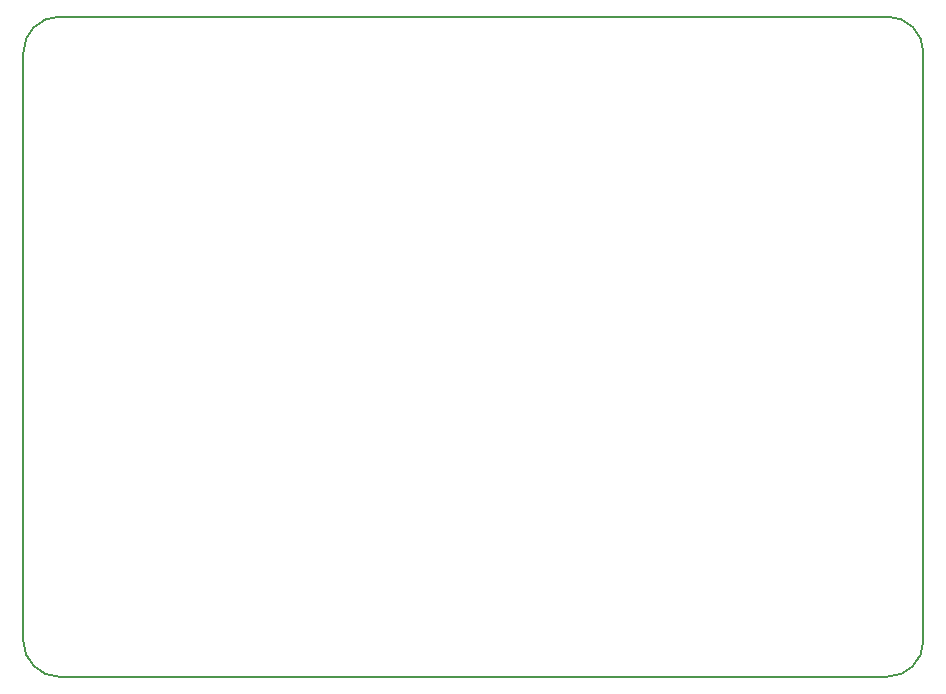
<source format=gbr>
%TF.GenerationSoftware,KiCad,Pcbnew,(6.0.5)*%
%TF.CreationDate,2022-07-19T14:03:45+07:00*%
%TF.ProjectId,atm128,61746d31-3238-42e6-9b69-6361645f7063,1.0*%
%TF.SameCoordinates,Original*%
%TF.FileFunction,Paste,Bot*%
%TF.FilePolarity,Positive*%
%FSLAX46Y46*%
G04 Gerber Fmt 4.6, Leading zero omitted, Abs format (unit mm)*
G04 Created by KiCad (PCBNEW (6.0.5)) date 2022-07-19 14:03:45*
%MOMM*%
%LPD*%
G01*
G04 APERTURE LIST*
%TA.AperFunction,Profile*%
%ADD10C,0.127000*%
%TD*%
G04 APERTURE END LIST*
D10*
X53336261Y-78235739D02*
G75*
G03*
X56384261Y-81283739I3048039J39D01*
G01*
X126495739Y-81283739D02*
G75*
G03*
X129543739Y-78235739I-39J3048039D01*
G01*
X129543702Y-28444261D02*
G75*
G03*
X126495739Y-25400000I-3044302J-39D01*
G01*
X53336261Y-78235739D02*
X53336261Y-28444261D01*
X129543739Y-28444261D02*
X129543739Y-78235739D01*
X56384261Y-25400003D02*
G75*
G03*
X53336261Y-28444261I-3751J-3044247D01*
G01*
X56384261Y-25400000D02*
X126495739Y-25400000D01*
X126495739Y-81283739D02*
X56384261Y-81283739D01*
M02*

</source>
